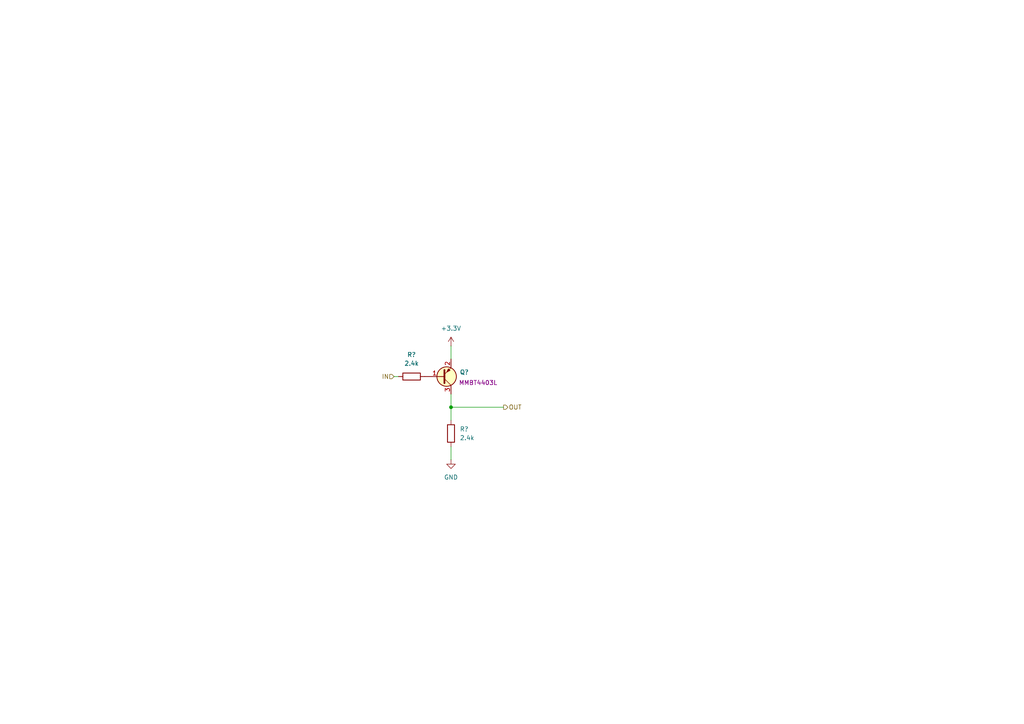
<source format=kicad_sch>
(kicad_sch
	(version 20250114)
	(generator "eeschema")
	(generator_version "9.0")
	(uuid "c8119745-497c-4ab3-b695-163a0b7bace0")
	(paper "A4")
	(lib_symbols
		(symbol "Resistor_AKL:R_0603"
			(pin_numbers
				(hide yes)
			)
			(pin_names
				(offset 0)
			)
			(exclude_from_sim no)
			(in_bom yes)
			(on_board yes)
			(property "Reference" "R"
				(at 2.54 1.27 0)
				(effects
					(font
						(size 1.27 1.27)
					)
					(justify left)
				)
			)
			(property "Value" "R_0603"
				(at 2.54 -1.27 0)
				(effects
					(font
						(size 1.27 1.27)
					)
					(justify left)
				)
			)
			(property "Footprint" "Resistor_SMD_AKL:R_0603_1608Metric"
				(at 0 -11.43 0)
				(effects
					(font
						(size 1.27 1.27)
					)
					(hide yes)
				)
			)
			(property "Datasheet" "~"
				(at 0 0 0)
				(effects
					(font
						(size 1.27 1.27)
					)
					(hide yes)
				)
			)
			(property "Description" "SMD 0603 Chip Resistor, European Symbol, Alternate KiCad Library"
				(at 0 0 0)
				(effects
					(font
						(size 1.27 1.27)
					)
					(hide yes)
				)
			)
			(property "ki_keywords" "R res resistor eu SMD 0603"
				(at 0 0 0)
				(effects
					(font
						(size 1.27 1.27)
					)
					(hide yes)
				)
			)
			(property "ki_fp_filters" "R_*"
				(at 0 0 0)
				(effects
					(font
						(size 1.27 1.27)
					)
					(hide yes)
				)
			)
			(symbol "R_0603_0_1"
				(rectangle
					(start -1.016 2.54)
					(end 1.016 -2.54)
					(stroke
						(width 0.254)
						(type default)
					)
					(fill
						(type none)
					)
				)
			)
			(symbol "R_0603_0_2"
				(polyline
					(pts
						(xy -2.54 -2.54) (xy -1.524 -1.524)
					)
					(stroke
						(width 0)
						(type default)
					)
					(fill
						(type none)
					)
				)
				(polyline
					(pts
						(xy 1.524 1.524) (xy 2.54 2.54)
					)
					(stroke
						(width 0)
						(type default)
					)
					(fill
						(type none)
					)
				)
				(polyline
					(pts
						(xy 1.524 1.524) (xy 0.889 2.159) (xy -2.159 -0.889) (xy -0.889 -2.159) (xy 2.159 0.889) (xy 1.524 1.524)
					)
					(stroke
						(width 0.254)
						(type default)
					)
					(fill
						(type none)
					)
				)
			)
			(symbol "R_0603_1_1"
				(pin passive line
					(at 0 3.81 270)
					(length 1.27)
					(name "~"
						(effects
							(font
								(size 1.27 1.27)
							)
						)
					)
					(number "1"
						(effects
							(font
								(size 1.27 1.27)
							)
						)
					)
				)
				(pin passive line
					(at 0 -3.81 90)
					(length 1.27)
					(name "~"
						(effects
							(font
								(size 1.27 1.27)
							)
						)
					)
					(number "2"
						(effects
							(font
								(size 1.27 1.27)
							)
						)
					)
				)
			)
			(symbol "R_0603_1_2"
				(pin passive line
					(at -2.54 -2.54 0)
					(length 0)
					(name ""
						(effects
							(font
								(size 1.27 1.27)
							)
						)
					)
					(number "2"
						(effects
							(font
								(size 1.27 1.27)
							)
						)
					)
				)
				(pin passive line
					(at 2.54 2.54 180)
					(length 0)
					(name ""
						(effects
							(font
								(size 1.27 1.27)
							)
						)
					)
					(number "1"
						(effects
							(font
								(size 1.27 1.27)
							)
						)
					)
				)
			)
			(embedded_fonts no)
		)
		(symbol "Transistor_BJT_AKL:2SA2018"
			(pin_names
				(hide yes)
			)
			(exclude_from_sim no)
			(in_bom yes)
			(on_board yes)
			(property "Reference" "Q"
				(at 5.08 1.27 0)
				(effects
					(font
						(size 1.27 1.27)
					)
					(justify left)
				)
			)
			(property "Value" "2SA2018"
				(at 5.08 -1.27 0)
				(effects
					(font
						(size 1.27 1.27)
					)
					(justify left)
				)
			)
			(property "Footprint" "Package_TO_SOT_SMD_AKL:SOT-416"
				(at 5.08 -2.54 0)
				(effects
					(font
						(size 1.27 1.27)
					)
					(hide yes)
				)
			)
			(property "Datasheet" "https://www.tme.eu/Document/8bbe87b96a6ee2683f1239fbf67f0559/2sa2018tl-e.pdf"
				(at 0 0 0)
				(effects
					(font
						(size 1.27 1.27)
					)
					(hide yes)
				)
			)
			(property "Description" "PNP SOT-416 transistor, 12V, 500mA, 150mW, Alternate KiCAD Library"
				(at 0 0 0)
				(effects
					(font
						(size 1.27 1.27)
					)
					(hide yes)
				)
			)
			(property "ki_keywords" "transistor PNP 2SA2018"
				(at 0 0 0)
				(effects
					(font
						(size 1.27 1.27)
					)
					(hide yes)
				)
			)
			(symbol "2SA2018_0_1"
				(polyline
					(pts
						(xy 0.635 0.635) (xy 2.54 2.54) (xy 2.54 2.54)
					)
					(stroke
						(width 0)
						(type default)
					)
					(fill
						(type none)
					)
				)
				(polyline
					(pts
						(xy 0.635 -0.635) (xy 2.54 -2.54)
					)
					(stroke
						(width 0)
						(type default)
					)
					(fill
						(type none)
					)
				)
				(polyline
					(pts
						(xy 0.635 -1.905) (xy 0.635 1.905) (xy 0.635 1.905)
					)
					(stroke
						(width 0.508)
						(type default)
					)
					(fill
						(type none)
					)
				)
				(circle
					(center 1.27 0)
					(radius 2.8194)
					(stroke
						(width 0.254)
						(type default)
					)
					(fill
						(type background)
					)
				)
				(polyline
					(pts
						(xy 2.286 1.778) (xy 1.778 2.286) (xy 1.27 1.27) (xy 2.286 1.778) (xy 2.286 1.778)
					)
					(stroke
						(width 0)
						(type default)
					)
					(fill
						(type outline)
					)
				)
			)
			(symbol "2SA2018_1_1"
				(pin input line
					(at -5.08 0 0)
					(length 5.715)
					(name "B"
						(effects
							(font
								(size 1.27 1.27)
							)
						)
					)
					(number "1"
						(effects
							(font
								(size 1.27 1.27)
							)
						)
					)
				)
				(pin passive line
					(at 2.54 5.08 270)
					(length 2.54)
					(name "E"
						(effects
							(font
								(size 1.27 1.27)
							)
						)
					)
					(number "2"
						(effects
							(font
								(size 1.27 1.27)
							)
						)
					)
				)
				(pin passive line
					(at 2.54 -5.08 90)
					(length 2.54)
					(name "C"
						(effects
							(font
								(size 1.27 1.27)
							)
						)
					)
					(number "3"
						(effects
							(font
								(size 1.27 1.27)
							)
						)
					)
				)
			)
			(embedded_fonts no)
		)
		(symbol "power:+3.3V"
			(power)
			(pin_numbers
				(hide yes)
			)
			(pin_names
				(offset 0)
				(hide yes)
			)
			(exclude_from_sim no)
			(in_bom yes)
			(on_board yes)
			(property "Reference" "#PWR"
				(at 0 -3.81 0)
				(effects
					(font
						(size 1.27 1.27)
					)
					(hide yes)
				)
			)
			(property "Value" "+3.3V"
				(at 0 3.556 0)
				(effects
					(font
						(size 1.27 1.27)
					)
				)
			)
			(property "Footprint" ""
				(at 0 0 0)
				(effects
					(font
						(size 1.27 1.27)
					)
					(hide yes)
				)
			)
			(property "Datasheet" ""
				(at 0 0 0)
				(effects
					(font
						(size 1.27 1.27)
					)
					(hide yes)
				)
			)
			(property "Description" "Power symbol creates a global label with name \"+3.3V\""
				(at 0 0 0)
				(effects
					(font
						(size 1.27 1.27)
					)
					(hide yes)
				)
			)
			(property "ki_keywords" "global power"
				(at 0 0 0)
				(effects
					(font
						(size 1.27 1.27)
					)
					(hide yes)
				)
			)
			(symbol "+3.3V_0_1"
				(polyline
					(pts
						(xy -0.762 1.27) (xy 0 2.54)
					)
					(stroke
						(width 0)
						(type default)
					)
					(fill
						(type none)
					)
				)
				(polyline
					(pts
						(xy 0 2.54) (xy 0.762 1.27)
					)
					(stroke
						(width 0)
						(type default)
					)
					(fill
						(type none)
					)
				)
				(polyline
					(pts
						(xy 0 0) (xy 0 2.54)
					)
					(stroke
						(width 0)
						(type default)
					)
					(fill
						(type none)
					)
				)
			)
			(symbol "+3.3V_1_1"
				(pin power_in line
					(at 0 0 90)
					(length 0)
					(name "~"
						(effects
							(font
								(size 1.27 1.27)
							)
						)
					)
					(number "1"
						(effects
							(font
								(size 1.27 1.27)
							)
						)
					)
				)
			)
			(embedded_fonts no)
		)
		(symbol "power:GND"
			(power)
			(pin_numbers
				(hide yes)
			)
			(pin_names
				(offset 0)
				(hide yes)
			)
			(exclude_from_sim no)
			(in_bom yes)
			(on_board yes)
			(property "Reference" "#PWR"
				(at 0 -6.35 0)
				(effects
					(font
						(size 1.27 1.27)
					)
					(hide yes)
				)
			)
			(property "Value" "GND"
				(at 0 -3.81 0)
				(effects
					(font
						(size 1.27 1.27)
					)
				)
			)
			(property "Footprint" ""
				(at 0 0 0)
				(effects
					(font
						(size 1.27 1.27)
					)
					(hide yes)
				)
			)
			(property "Datasheet" ""
				(at 0 0 0)
				(effects
					(font
						(size 1.27 1.27)
					)
					(hide yes)
				)
			)
			(property "Description" "Power symbol creates a global label with name \"GND\" , ground"
				(at 0 0 0)
				(effects
					(font
						(size 1.27 1.27)
					)
					(hide yes)
				)
			)
			(property "ki_keywords" "global power"
				(at 0 0 0)
				(effects
					(font
						(size 1.27 1.27)
					)
					(hide yes)
				)
			)
			(symbol "GND_0_1"
				(polyline
					(pts
						(xy 0 0) (xy 0 -1.27) (xy 1.27 -1.27) (xy 0 -2.54) (xy -1.27 -1.27) (xy 0 -1.27)
					)
					(stroke
						(width 0)
						(type default)
					)
					(fill
						(type none)
					)
				)
			)
			(symbol "GND_1_1"
				(pin power_in line
					(at 0 0 270)
					(length 0)
					(name "~"
						(effects
							(font
								(size 1.27 1.27)
							)
						)
					)
					(number "1"
						(effects
							(font
								(size 1.27 1.27)
							)
						)
					)
				)
			)
			(embedded_fonts no)
		)
	)
	(junction
		(at 130.81 118.11)
		(diameter 0)
		(color 0 0 0 0)
		(uuid "bfec5582-72fd-4472-8b51-a50e47174cef")
	)
	(wire
		(pts
			(xy 114.3 109.22) (xy 115.57 109.22)
		)
		(stroke
			(width 0)
			(type default)
		)
		(uuid "08db6e6b-f459-4e9c-a850-53199e700aa8")
	)
	(wire
		(pts
			(xy 130.81 118.11) (xy 146.05 118.11)
		)
		(stroke
			(width 0)
			(type default)
		)
		(uuid "234d6487-32df-49ab-84a8-aad69d282186")
	)
	(wire
		(pts
			(xy 130.81 129.54) (xy 130.81 133.35)
		)
		(stroke
			(width 0)
			(type default)
		)
		(uuid "98173810-3548-489c-8813-96404dde7e3a")
	)
	(wire
		(pts
			(xy 130.81 118.11) (xy 130.81 121.92)
		)
		(stroke
			(width 0)
			(type default)
		)
		(uuid "bdd67175-98cd-4a9f-b964-07df4295d3b5")
	)
	(wire
		(pts
			(xy 130.81 100.33) (xy 130.81 104.14)
		)
		(stroke
			(width 0)
			(type default)
		)
		(uuid "ec4fa744-c0ec-43d3-8abe-d03ef510ad7b")
	)
	(wire
		(pts
			(xy 130.81 114.3) (xy 130.81 118.11)
		)
		(stroke
			(width 0)
			(type default)
		)
		(uuid "faa095ff-ee9d-4b49-ae78-31a3a22969fb")
	)
	(hierarchical_label "IN"
		(shape input)
		(at 114.3 109.22 180)
		(effects
			(font
				(size 1.27 1.27)
			)
			(justify right)
		)
		(uuid "1efb07f7-53b2-4c1c-91a9-59baacb102a6")
	)
	(hierarchical_label "OUT"
		(shape output)
		(at 146.05 118.11 0)
		(effects
			(font
				(size 1.27 1.27)
			)
			(justify left)
		)
		(uuid "64301c55-9f29-421d-9290-e7571e1bfa66")
	)
	(symbol
		(lib_id "Resistor_AKL:R_0603")
		(at 130.81 125.73 180)
		(unit 1)
		(exclude_from_sim no)
		(in_bom yes)
		(on_board yes)
		(dnp no)
		(fields_autoplaced yes)
		(uuid "3323fc77-d802-4742-b225-1db1a383e48f")
		(property "Reference" "R?"
			(at 133.35 124.4599 0)
			(effects
				(font
					(size 1.27 1.27)
				)
				(justify right)
			)
		)
		(property "Value" "2.4k"
			(at 133.35 126.9999 0)
			(effects
				(font
					(size 1.27 1.27)
				)
				(justify right)
			)
		)
		(property "Footprint" "Resistor_SMD_AKL:R_0603_1608Metric"
			(at 130.81 114.3 0)
			(effects
				(font
					(size 1.27 1.27)
				)
				(hide yes)
			)
		)
		(property "Datasheet" "~"
			(at 130.81 125.73 0)
			(effects
				(font
					(size 1.27 1.27)
				)
				(hide yes)
			)
		)
		(property "Description" "SMD 0603 Chip Resistor, European Symbol, Alternate KiCad Library"
			(at 130.81 125.73 0)
			(effects
				(font
					(size 1.27 1.27)
				)
				(hide yes)
			)
		)
		(pin "2"
			(uuid "cabe4aca-f677-4ea9-8042-aa39728cdcc9")
		)
		(pin "1"
			(uuid "e4134e3a-8821-4669-b328-30180bd5f680")
		)
		(instances
			(project "PLC4UNIPCB"
				(path "/20dd9fa8-33e5-4e01-8b4a-8cb5828152c9/ef44eee8-cd41-4527-92e2-6c408c0d0d91/38f0ca6d-488a-4d63-8ce5-819a3170e6c7"
					(reference "R?")
					(unit 1)
				)
			)
		)
	)
	(symbol
		(lib_id "Resistor_AKL:R_0603")
		(at 119.38 109.22 90)
		(unit 1)
		(exclude_from_sim no)
		(in_bom yes)
		(on_board yes)
		(dnp no)
		(fields_autoplaced yes)
		(uuid "7d7d5931-9200-4c49-abb5-66efc10b9421")
		(property "Reference" "R?"
			(at 119.38 102.87 90)
			(effects
				(font
					(size 1.27 1.27)
				)
			)
		)
		(property "Value" "2.4k"
			(at 119.38 105.41 90)
			(effects
				(font
					(size 1.27 1.27)
				)
			)
		)
		(property "Footprint" "Resistor_SMD_AKL:R_0603_1608Metric"
			(at 130.81 109.22 0)
			(effects
				(font
					(size 1.27 1.27)
				)
				(hide yes)
			)
		)
		(property "Datasheet" "~"
			(at 119.38 109.22 0)
			(effects
				(font
					(size 1.27 1.27)
				)
				(hide yes)
			)
		)
		(property "Description" "SMD 0603 Chip Resistor, European Symbol, Alternate KiCad Library"
			(at 119.38 109.22 0)
			(effects
				(font
					(size 1.27 1.27)
				)
				(hide yes)
			)
		)
		(pin "2"
			(uuid "7101ec2b-96aa-4ce4-9e24-3a5d41e5ebd8")
		)
		(pin "1"
			(uuid "60acfe8c-f0c2-432b-a28e-ae44348b07b2")
		)
		(instances
			(project "PLC4UNIPCB"
				(path "/20dd9fa8-33e5-4e01-8b4a-8cb5828152c9/ef44eee8-cd41-4527-92e2-6c408c0d0d91/38f0ca6d-488a-4d63-8ce5-819a3170e6c7"
					(reference "R?")
					(unit 1)
				)
			)
		)
	)
	(symbol
		(lib_id "Transistor_BJT_AKL:2SA2018")
		(at 128.27 109.22 0)
		(unit 1)
		(exclude_from_sim no)
		(in_bom yes)
		(on_board yes)
		(dnp no)
		(uuid "8c09a735-c4f0-4ebc-9698-af568508a9ce")
		(property "Reference" "Q?"
			(at 133.35 107.9499 0)
			(effects
				(font
					(size 1.27 1.27)
				)
				(justify left)
			)
		)
		(property "Value" "2SA2018"
			(at 133.35 110.4899 0)
			(effects
				(font
					(size 1.27 1.27)
				)
				(justify left)
				(hide yes)
			)
		)
		(property "Footprint" "Package_TO_SOT_SMD_AKL:SOT-416"
			(at 133.35 111.76 0)
			(effects
				(font
					(size 1.27 1.27)
				)
				(hide yes)
			)
		)
		(property "Datasheet" "https://www.tme.eu/Document/8bbe87b96a6ee2683f1239fbf67f0559/2sa2018tl-e.pdf"
			(at 128.27 109.22 0)
			(effects
				(font
					(size 1.27 1.27)
				)
				(hide yes)
			)
		)
		(property "Description" "PNP SOT-416 transistor, 12V, 500mA, 150mW, Alternate KiCAD Library"
			(at 128.27 109.22 0)
			(effects
				(font
					(size 1.27 1.27)
				)
				(hide yes)
			)
		)
		(property "Part number" "MMBT4403L"
			(at 138.684 110.998 0)
			(effects
				(font
					(size 1.27 1.27)
				)
			)
		)
		(pin "3"
			(uuid "bb5270c4-7838-4f9a-af0c-56a1dc10dc11")
		)
		(pin "2"
			(uuid "44f898a0-fc6d-4fe9-8185-3ba06799f7bb")
		)
		(pin "1"
			(uuid "9d66408f-07f7-4c3a-aa4e-9686d8320003")
		)
		(instances
			(project "PLC4UNIPCB"
				(path "/20dd9fa8-33e5-4e01-8b4a-8cb5828152c9/ef44eee8-cd41-4527-92e2-6c408c0d0d91/38f0ca6d-488a-4d63-8ce5-819a3170e6c7"
					(reference "Q?")
					(unit 1)
				)
			)
		)
	)
	(symbol
		(lib_id "power:GND")
		(at 130.81 133.35 0)
		(unit 1)
		(exclude_from_sim no)
		(in_bom yes)
		(on_board yes)
		(dnp no)
		(uuid "a82b8a49-bcd5-48d9-9583-fc8dae5ab433")
		(property "Reference" "#PWR014"
			(at 130.81 139.7 0)
			(effects
				(font
					(size 1.27 1.27)
				)
				(hide yes)
			)
		)
		(property "Value" "GND"
			(at 130.81 138.43 0)
			(effects
				(font
					(size 1.27 1.27)
				)
			)
		)
		(property "Footprint" ""
			(at 130.81 133.35 0)
			(effects
				(font
					(size 1.27 1.27)
				)
				(hide yes)
			)
		)
		(property "Datasheet" ""
			(at 130.81 133.35 0)
			(effects
				(font
					(size 1.27 1.27)
				)
				(hide yes)
			)
		)
		(property "Description" "Power symbol creates a global label with name \"GND\" , ground"
			(at 130.81 133.35 0)
			(effects
				(font
					(size 1.27 1.27)
				)
				(hide yes)
			)
		)
		(pin "1"
			(uuid "a67295be-6b53-42b9-85c0-726e3c065e83")
		)
		(instances
			(project "PLC4UNIPCB"
				(path "/20dd9fa8-33e5-4e01-8b4a-8cb5828152c9/ef44eee8-cd41-4527-92e2-6c408c0d0d91/38f0ca6d-488a-4d63-8ce5-819a3170e6c7"
					(reference "#PWR014")
					(unit 1)
				)
			)
		)
	)
	(symbol
		(lib_id "power:+3.3V")
		(at 130.81 100.33 0)
		(unit 1)
		(exclude_from_sim no)
		(in_bom yes)
		(on_board yes)
		(dnp no)
		(uuid "d6d90afe-bd4c-4af8-a352-6cad6c9027ed")
		(property "Reference" "#PWR013"
			(at 130.81 104.14 0)
			(effects
				(font
					(size 1.27 1.27)
				)
				(hide yes)
			)
		)
		(property "Value" "+3.3V"
			(at 130.81 95.25 0)
			(effects
				(font
					(size 1.27 1.27)
				)
			)
		)
		(property "Footprint" ""
			(at 130.81 100.33 0)
			(effects
				(font
					(size 1.27 1.27)
				)
				(hide yes)
			)
		)
		(property "Datasheet" ""
			(at 130.81 100.33 0)
			(effects
				(font
					(size 1.27 1.27)
				)
				(hide yes)
			)
		)
		(property "Description" "Power symbol creates a global label with name \"+3.3V\""
			(at 130.81 100.33 0)
			(effects
				(font
					(size 1.27 1.27)
				)
				(hide yes)
			)
		)
		(pin "1"
			(uuid "d36a81e1-60c9-48f9-892d-ac39bc7e042d")
		)
		(instances
			(project "PLC4UNIPCB"
				(path "/20dd9fa8-33e5-4e01-8b4a-8cb5828152c9/ef44eee8-cd41-4527-92e2-6c408c0d0d91/38f0ca6d-488a-4d63-8ce5-819a3170e6c7"
					(reference "#PWR013")
					(unit 1)
				)
			)
		)
	)
)

</source>
